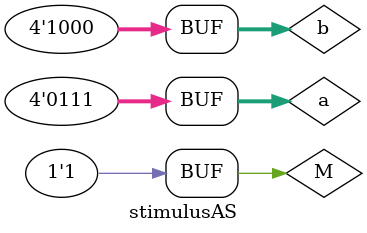
<source format=v>
module adderSubtractor(s, c, a, b, M);
input [3:0] a, b;           
input M;                    
output [3:0] s;             
output c;                   
wire c1, c2, c3, c4;        
wire [3:0] bb;              

assign bb = M ? ~b : b;
assign c1 = M ? 1 : 0;      

fulladder f1(s[0], c2, a[0], bb[0], c1);
fulladder f2(s[1], c3, a[1], bb[1], c2);
fulladder f3(s[2], c4, a[2], bb[2], c3);
fulladder f4(s[3], c, a[3], bb[3], c4);

endmodule

module stimulusAS;
reg [0:3]a, b;
reg M;
wire [0:3]s;
wire c;

adderSubtractor AS(s, c, a, b, M);

initial
begin
a = 4'b0100;
b = 4'b0011;
M = 0;
#100;
a = 4'b0010;
b = 4'b0011;
M = 1;
#100;
a = 4'b1110;
b = 4'b1111;
M = 1;
#100;
M = 0;
#100;
a = 4'b0111;
b = 4'b1000;
M = 1;
#100;


end
endmodule

</source>
